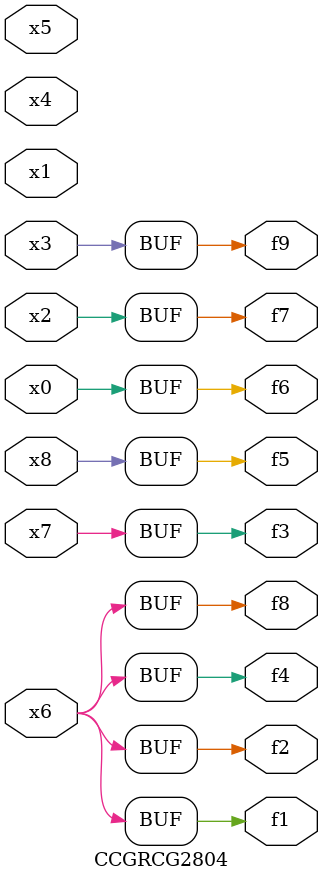
<source format=v>
module CCGRCG2804(
	input x0, x1, x2, x3, x4, x5, x6, x7, x8,
	output f1, f2, f3, f4, f5, f6, f7, f8, f9
);
	assign f1 = x6;
	assign f2 = x6;
	assign f3 = x7;
	assign f4 = x6;
	assign f5 = x8;
	assign f6 = x0;
	assign f7 = x2;
	assign f8 = x6;
	assign f9 = x3;
endmodule

</source>
